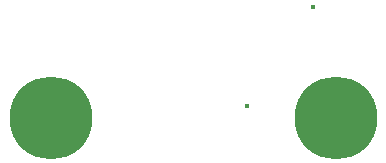
<source format=gbr>
G04 #@! TF.GenerationSoftware,KiCad,Pcbnew,(5.1.6)-1*
G04 #@! TF.CreationDate,2021-04-29T20:19:57-05:00*
G04 #@! TF.ProjectId,BEncoderBoard3(RN4871),42456e63-6f64-4657-9242-6f6172643328,rev?*
G04 #@! TF.SameCoordinates,Original*
G04 #@! TF.FileFunction,Copper,L3,Inr*
G04 #@! TF.FilePolarity,Positive*
%FSLAX46Y46*%
G04 Gerber Fmt 4.6, Leading zero omitted, Abs format (unit mm)*
G04 Created by KiCad (PCBNEW (5.1.6)-1) date 2021-04-29 20:19:57*
%MOMM*%
%LPD*%
G01*
G04 APERTURE LIST*
G04 #@! TA.AperFunction,ViaPad*
%ADD10C,7.000000*%
G04 #@! TD*
G04 #@! TA.AperFunction,ViaPad*
%ADD11C,0.450000*%
G04 #@! TD*
G04 APERTURE END LIST*
D10*
X145415000Y-99822000D03*
X121285000Y-99822000D03*
D11*
X137922000Y-98806000D03*
X143510000Y-90424000D03*
M02*

</source>
